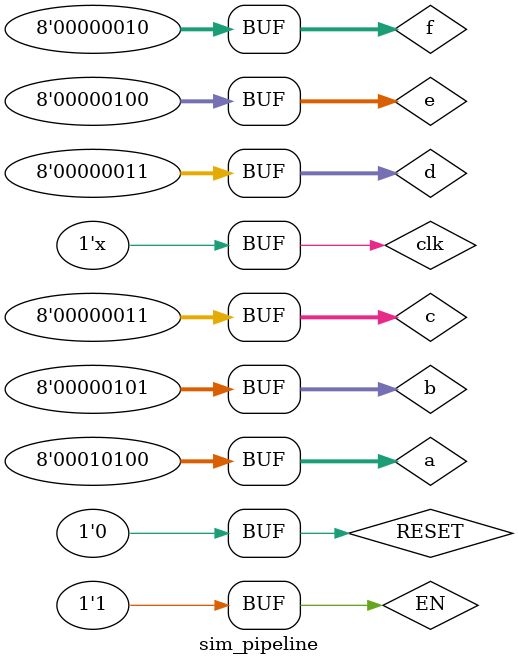
<source format=v>
`timescale 1ns / 1ps


module sim_pipeline();
    reg [7:0] a,b,c,d,e,f;
    reg clk,EN,RESET;
    wire [7:0] out;
    pipeline p (out,a,b,c,d,e,f,clk,EN,RESET);
    initial begin
        clk = 1;RESET =0;EN = 1;
        a = 10; b = 10; c = 8; d = 8; e = 0; f = 1;
        #20 a = 10; b = 2; c = 10; d = 2; e = 20; f = 4;
       #20 a = 20; b = 5; c = 3; d = 3; e = 4; f = 2;   
    end
        
    always #10 clk = ~clk; 
    begin
    end

endmodule

</source>
